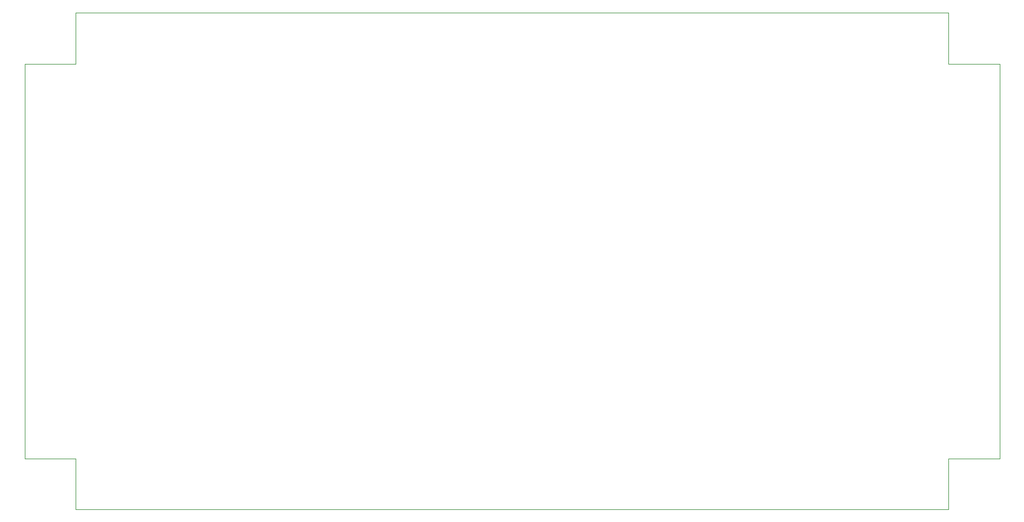
<source format=gbr>
%TF.GenerationSoftware,KiCad,Pcbnew,5.1.10-88a1d61d58~88~ubuntu18.04.1*%
%TF.CreationDate,2021-10-25T10:41:03-04:00*%
%TF.ProjectId,mctens,6d637465-6e73-42e6-9b69-6361645f7063,rev?*%
%TF.SameCoordinates,Original*%
%TF.FileFunction,Profile,NP*%
%FSLAX46Y46*%
G04 Gerber Fmt 4.6, Leading zero omitted, Abs format (unit mm)*
G04 Created by KiCad (PCBNEW 5.1.10-88a1d61d58~88~ubuntu18.04.1) date 2021-10-25 10:41:03*
%MOMM*%
%LPD*%
G01*
G04 APERTURE LIST*
%TA.AperFunction,Profile*%
%ADD10C,0.050000*%
%TD*%
G04 APERTURE END LIST*
D10*
X40000000Y-37500000D02*
X40000000Y-30000000D01*
X32500000Y-37500000D02*
X40000000Y-37500000D01*
X32500000Y-95500000D02*
X32500000Y-37500000D01*
X40000000Y-95500000D02*
X32500000Y-95500000D01*
X40000000Y-103000000D02*
X40000000Y-95500000D01*
X168000000Y-103000000D02*
X40000000Y-103000000D01*
X168000000Y-95500000D02*
X168000000Y-103000000D01*
X175500000Y-95500000D02*
X168000000Y-95500000D01*
X175500000Y-37500000D02*
X175500000Y-95500000D01*
X168000000Y-37500000D02*
X175500000Y-37500000D01*
X168000000Y-30000000D02*
X168000000Y-37500000D01*
X40000000Y-30000000D02*
X168000000Y-30000000D01*
M02*

</source>
